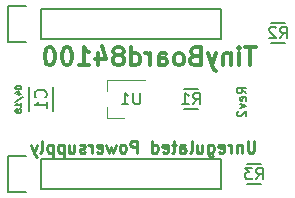
<source format=gbr>
G04 #@! TF.FileFunction,Legend,Bot*
%FSLAX46Y46*%
G04 Gerber Fmt 4.6, Leading zero omitted, Abs format (unit mm)*
G04 Created by KiCad (PCBNEW 4.0.5+dfsg1-4) date Tue Apr 17 10:08:54 2018*
%MOMM*%
%LPD*%
G01*
G04 APERTURE LIST*
%ADD10C,0.100000*%
%ADD11C,0.127000*%
%ADD12C,0.190500*%
%ADD13C,0.254000*%
%ADD14C,0.304800*%
%ADD15C,0.150000*%
%ADD16C,0.120000*%
G04 APERTURE END LIST*
D10*
D11*
X156566810Y-78993999D02*
X156566810Y-79042380D01*
X156591000Y-79090761D01*
X156615190Y-79114952D01*
X156663571Y-79139142D01*
X156760333Y-79163333D01*
X156881286Y-79163333D01*
X156978048Y-79139142D01*
X157026429Y-79114952D01*
X157050619Y-79090761D01*
X157074810Y-79042380D01*
X157074810Y-78993999D01*
X157050619Y-78945618D01*
X157026429Y-78921428D01*
X156978048Y-78897237D01*
X156881286Y-78873047D01*
X156760333Y-78873047D01*
X156663571Y-78897237D01*
X156615190Y-78921428D01*
X156591000Y-78945618D01*
X156566810Y-78993999D01*
X156736143Y-79598762D02*
X157074810Y-79598762D01*
X156542619Y-79477809D02*
X156905476Y-79356857D01*
X156905476Y-79671333D01*
X156542619Y-80227715D02*
X157195762Y-79792286D01*
X157074810Y-80663143D02*
X157074810Y-80372857D01*
X157074810Y-80518000D02*
X156566810Y-80518000D01*
X156639381Y-80469619D01*
X156687762Y-80421238D01*
X156711952Y-80372857D01*
X156784524Y-80953429D02*
X156760333Y-80905048D01*
X156736143Y-80880857D01*
X156687762Y-80856667D01*
X156663571Y-80856667D01*
X156615190Y-80880857D01*
X156591000Y-80905048D01*
X156566810Y-80953429D01*
X156566810Y-81050191D01*
X156591000Y-81098572D01*
X156615190Y-81122762D01*
X156663571Y-81146953D01*
X156687762Y-81146953D01*
X156736143Y-81122762D01*
X156760333Y-81098572D01*
X156784524Y-81050191D01*
X156784524Y-80953429D01*
X156808714Y-80905048D01*
X156832905Y-80880857D01*
X156881286Y-80856667D01*
X156978048Y-80856667D01*
X157026429Y-80880857D01*
X157050619Y-80905048D01*
X157074810Y-80953429D01*
X157074810Y-81050191D01*
X157050619Y-81098572D01*
X157026429Y-81122762D01*
X156978048Y-81146953D01*
X156881286Y-81146953D01*
X156832905Y-81122762D01*
X156808714Y-81098572D01*
X156784524Y-81050191D01*
D12*
X176112714Y-79520143D02*
X175749857Y-79266143D01*
X176112714Y-79084715D02*
X175350714Y-79084715D01*
X175350714Y-79375000D01*
X175387000Y-79447572D01*
X175423286Y-79483857D01*
X175495857Y-79520143D01*
X175604714Y-79520143D01*
X175677286Y-79483857D01*
X175713571Y-79447572D01*
X175749857Y-79375000D01*
X175749857Y-79084715D01*
X176076429Y-80137000D02*
X176112714Y-80064429D01*
X176112714Y-79919286D01*
X176076429Y-79846715D01*
X176003857Y-79810429D01*
X175713571Y-79810429D01*
X175641000Y-79846715D01*
X175604714Y-79919286D01*
X175604714Y-80064429D01*
X175641000Y-80137000D01*
X175713571Y-80173286D01*
X175786143Y-80173286D01*
X175858714Y-79810429D01*
X175604714Y-80427286D02*
X176112714Y-80608715D01*
X175604714Y-80790143D01*
X175423286Y-81044143D02*
X175387000Y-81080429D01*
X175350714Y-81153000D01*
X175350714Y-81334429D01*
X175387000Y-81407000D01*
X175423286Y-81443286D01*
X175495857Y-81479571D01*
X175568429Y-81479571D01*
X175677286Y-81443286D01*
X176112714Y-81007857D01*
X176112714Y-81479571D01*
D13*
X176796093Y-83517619D02*
X176796093Y-84340095D01*
X176747712Y-84436857D01*
X176699331Y-84485238D01*
X176602569Y-84533619D01*
X176409046Y-84533619D01*
X176312284Y-84485238D01*
X176263903Y-84436857D01*
X176215522Y-84340095D01*
X176215522Y-83517619D01*
X175731712Y-83856286D02*
X175731712Y-84533619D01*
X175731712Y-83953048D02*
X175683331Y-83904667D01*
X175586569Y-83856286D01*
X175441427Y-83856286D01*
X175344665Y-83904667D01*
X175296284Y-84001429D01*
X175296284Y-84533619D01*
X174812474Y-84533619D02*
X174812474Y-83856286D01*
X174812474Y-84049810D02*
X174764093Y-83953048D01*
X174715712Y-83904667D01*
X174618950Y-83856286D01*
X174522189Y-83856286D01*
X173796475Y-84485238D02*
X173893237Y-84533619D01*
X174086760Y-84533619D01*
X174183522Y-84485238D01*
X174231903Y-84388476D01*
X174231903Y-84001429D01*
X174183522Y-83904667D01*
X174086760Y-83856286D01*
X173893237Y-83856286D01*
X173796475Y-83904667D01*
X173748094Y-84001429D01*
X173748094Y-84098190D01*
X174231903Y-84194952D01*
X172877237Y-83856286D02*
X172877237Y-84678762D01*
X172925618Y-84775524D01*
X172973999Y-84823905D01*
X173070760Y-84872286D01*
X173215903Y-84872286D01*
X173312665Y-84823905D01*
X172877237Y-84485238D02*
X172973999Y-84533619D01*
X173167522Y-84533619D01*
X173264284Y-84485238D01*
X173312665Y-84436857D01*
X173361046Y-84340095D01*
X173361046Y-84049810D01*
X173312665Y-83953048D01*
X173264284Y-83904667D01*
X173167522Y-83856286D01*
X172973999Y-83856286D01*
X172877237Y-83904667D01*
X171957999Y-83856286D02*
X171957999Y-84533619D01*
X172393427Y-83856286D02*
X172393427Y-84388476D01*
X172345046Y-84485238D01*
X172248284Y-84533619D01*
X172103142Y-84533619D01*
X172006380Y-84485238D01*
X171957999Y-84436857D01*
X171329046Y-84533619D02*
X171425808Y-84485238D01*
X171474189Y-84388476D01*
X171474189Y-83517619D01*
X170506571Y-84533619D02*
X170506571Y-84001429D01*
X170554952Y-83904667D01*
X170651714Y-83856286D01*
X170845237Y-83856286D01*
X170941999Y-83904667D01*
X170506571Y-84485238D02*
X170603333Y-84533619D01*
X170845237Y-84533619D01*
X170941999Y-84485238D01*
X170990380Y-84388476D01*
X170990380Y-84291714D01*
X170941999Y-84194952D01*
X170845237Y-84146571D01*
X170603333Y-84146571D01*
X170506571Y-84098190D01*
X170167904Y-83856286D02*
X169780856Y-83856286D01*
X170022761Y-83517619D02*
X170022761Y-84388476D01*
X169974380Y-84485238D01*
X169877618Y-84533619D01*
X169780856Y-84533619D01*
X169055143Y-84485238D02*
X169151905Y-84533619D01*
X169345428Y-84533619D01*
X169442190Y-84485238D01*
X169490571Y-84388476D01*
X169490571Y-84001429D01*
X169442190Y-83904667D01*
X169345428Y-83856286D01*
X169151905Y-83856286D01*
X169055143Y-83904667D01*
X169006762Y-84001429D01*
X169006762Y-84098190D01*
X169490571Y-84194952D01*
X168135905Y-84533619D02*
X168135905Y-83517619D01*
X168135905Y-84485238D02*
X168232667Y-84533619D01*
X168426190Y-84533619D01*
X168522952Y-84485238D01*
X168571333Y-84436857D01*
X168619714Y-84340095D01*
X168619714Y-84049810D01*
X168571333Y-83953048D01*
X168522952Y-83904667D01*
X168426190Y-83856286D01*
X168232667Y-83856286D01*
X168135905Y-83904667D01*
X166878000Y-84533619D02*
X166878000Y-83517619D01*
X166490953Y-83517619D01*
X166394191Y-83566000D01*
X166345810Y-83614381D01*
X166297429Y-83711143D01*
X166297429Y-83856286D01*
X166345810Y-83953048D01*
X166394191Y-84001429D01*
X166490953Y-84049810D01*
X166878000Y-84049810D01*
X165716857Y-84533619D02*
X165813619Y-84485238D01*
X165862000Y-84436857D01*
X165910381Y-84340095D01*
X165910381Y-84049810D01*
X165862000Y-83953048D01*
X165813619Y-83904667D01*
X165716857Y-83856286D01*
X165571715Y-83856286D01*
X165474953Y-83904667D01*
X165426572Y-83953048D01*
X165378191Y-84049810D01*
X165378191Y-84340095D01*
X165426572Y-84436857D01*
X165474953Y-84485238D01*
X165571715Y-84533619D01*
X165716857Y-84533619D01*
X165039524Y-83856286D02*
X164846000Y-84533619D01*
X164652477Y-84049810D01*
X164458953Y-84533619D01*
X164265429Y-83856286D01*
X163491334Y-84485238D02*
X163588096Y-84533619D01*
X163781619Y-84533619D01*
X163878381Y-84485238D01*
X163926762Y-84388476D01*
X163926762Y-84001429D01*
X163878381Y-83904667D01*
X163781619Y-83856286D01*
X163588096Y-83856286D01*
X163491334Y-83904667D01*
X163442953Y-84001429D01*
X163442953Y-84098190D01*
X163926762Y-84194952D01*
X163007524Y-84533619D02*
X163007524Y-83856286D01*
X163007524Y-84049810D02*
X162959143Y-83953048D01*
X162910762Y-83904667D01*
X162814000Y-83856286D01*
X162717239Y-83856286D01*
X162426953Y-84485238D02*
X162330191Y-84533619D01*
X162136667Y-84533619D01*
X162039906Y-84485238D01*
X161991525Y-84388476D01*
X161991525Y-84340095D01*
X162039906Y-84243333D01*
X162136667Y-84194952D01*
X162281810Y-84194952D01*
X162378572Y-84146571D01*
X162426953Y-84049810D01*
X162426953Y-84001429D01*
X162378572Y-83904667D01*
X162281810Y-83856286D01*
X162136667Y-83856286D01*
X162039906Y-83904667D01*
X161120668Y-83856286D02*
X161120668Y-84533619D01*
X161556096Y-83856286D02*
X161556096Y-84388476D01*
X161507715Y-84485238D01*
X161410953Y-84533619D01*
X161265811Y-84533619D01*
X161169049Y-84485238D01*
X161120668Y-84436857D01*
X160636858Y-83856286D02*
X160636858Y-84872286D01*
X160636858Y-83904667D02*
X160540096Y-83856286D01*
X160346573Y-83856286D01*
X160249811Y-83904667D01*
X160201430Y-83953048D01*
X160153049Y-84049810D01*
X160153049Y-84340095D01*
X160201430Y-84436857D01*
X160249811Y-84485238D01*
X160346573Y-84533619D01*
X160540096Y-84533619D01*
X160636858Y-84485238D01*
X159717620Y-83856286D02*
X159717620Y-84872286D01*
X159717620Y-83904667D02*
X159620858Y-83856286D01*
X159427335Y-83856286D01*
X159330573Y-83904667D01*
X159282192Y-83953048D01*
X159233811Y-84049810D01*
X159233811Y-84340095D01*
X159282192Y-84436857D01*
X159330573Y-84485238D01*
X159427335Y-84533619D01*
X159620858Y-84533619D01*
X159717620Y-84485238D01*
X158653239Y-84533619D02*
X158750001Y-84485238D01*
X158798382Y-84388476D01*
X158798382Y-83517619D01*
X158362954Y-83856286D02*
X158121049Y-84533619D01*
X157879145Y-83856286D02*
X158121049Y-84533619D01*
X158217811Y-84775524D01*
X158266192Y-84823905D01*
X158362954Y-84872286D01*
D14*
X176892858Y-75619429D02*
X176022001Y-75619429D01*
X176457430Y-77143429D02*
X176457430Y-75619429D01*
X175514001Y-77143429D02*
X175514001Y-76127429D01*
X175514001Y-75619429D02*
X175586572Y-75692000D01*
X175514001Y-75764571D01*
X175441429Y-75692000D01*
X175514001Y-75619429D01*
X175514001Y-75764571D01*
X174788287Y-76127429D02*
X174788287Y-77143429D01*
X174788287Y-76272571D02*
X174715715Y-76200000D01*
X174570573Y-76127429D01*
X174352858Y-76127429D01*
X174207715Y-76200000D01*
X174135144Y-76345143D01*
X174135144Y-77143429D01*
X173554573Y-76127429D02*
X173191716Y-77143429D01*
X172828858Y-76127429D02*
X173191716Y-77143429D01*
X173336858Y-77506286D01*
X173409430Y-77578857D01*
X173554573Y-77651429D01*
X171740287Y-76345143D02*
X171522573Y-76417714D01*
X171450001Y-76490286D01*
X171377430Y-76635429D01*
X171377430Y-76853143D01*
X171450001Y-76998286D01*
X171522573Y-77070857D01*
X171667715Y-77143429D01*
X172248287Y-77143429D01*
X172248287Y-75619429D01*
X171740287Y-75619429D01*
X171595144Y-75692000D01*
X171522573Y-75764571D01*
X171450001Y-75909714D01*
X171450001Y-76054857D01*
X171522573Y-76200000D01*
X171595144Y-76272571D01*
X171740287Y-76345143D01*
X172248287Y-76345143D01*
X170506573Y-77143429D02*
X170651715Y-77070857D01*
X170724287Y-76998286D01*
X170796858Y-76853143D01*
X170796858Y-76417714D01*
X170724287Y-76272571D01*
X170651715Y-76200000D01*
X170506573Y-76127429D01*
X170288858Y-76127429D01*
X170143715Y-76200000D01*
X170071144Y-76272571D01*
X169998573Y-76417714D01*
X169998573Y-76853143D01*
X170071144Y-76998286D01*
X170143715Y-77070857D01*
X170288858Y-77143429D01*
X170506573Y-77143429D01*
X168692287Y-77143429D02*
X168692287Y-76345143D01*
X168764858Y-76200000D01*
X168910001Y-76127429D01*
X169200287Y-76127429D01*
X169345430Y-76200000D01*
X168692287Y-77070857D02*
X168837430Y-77143429D01*
X169200287Y-77143429D01*
X169345430Y-77070857D01*
X169418001Y-76925714D01*
X169418001Y-76780571D01*
X169345430Y-76635429D01*
X169200287Y-76562857D01*
X168837430Y-76562857D01*
X168692287Y-76490286D01*
X167966573Y-77143429D02*
X167966573Y-76127429D01*
X167966573Y-76417714D02*
X167894001Y-76272571D01*
X167821430Y-76200000D01*
X167676287Y-76127429D01*
X167531144Y-76127429D01*
X166370001Y-77143429D02*
X166370001Y-75619429D01*
X166370001Y-77070857D02*
X166515144Y-77143429D01*
X166805430Y-77143429D01*
X166950572Y-77070857D01*
X167023144Y-76998286D01*
X167095715Y-76853143D01*
X167095715Y-76417714D01*
X167023144Y-76272571D01*
X166950572Y-76200000D01*
X166805430Y-76127429D01*
X166515144Y-76127429D01*
X166370001Y-76200000D01*
X165426573Y-76272571D02*
X165571715Y-76200000D01*
X165644287Y-76127429D01*
X165716858Y-75982286D01*
X165716858Y-75909714D01*
X165644287Y-75764571D01*
X165571715Y-75692000D01*
X165426573Y-75619429D01*
X165136287Y-75619429D01*
X164991144Y-75692000D01*
X164918573Y-75764571D01*
X164846001Y-75909714D01*
X164846001Y-75982286D01*
X164918573Y-76127429D01*
X164991144Y-76200000D01*
X165136287Y-76272571D01*
X165426573Y-76272571D01*
X165571715Y-76345143D01*
X165644287Y-76417714D01*
X165716858Y-76562857D01*
X165716858Y-76853143D01*
X165644287Y-76998286D01*
X165571715Y-77070857D01*
X165426573Y-77143429D01*
X165136287Y-77143429D01*
X164991144Y-77070857D01*
X164918573Y-76998286D01*
X164846001Y-76853143D01*
X164846001Y-76562857D01*
X164918573Y-76417714D01*
X164991144Y-76345143D01*
X165136287Y-76272571D01*
X163539715Y-76127429D02*
X163539715Y-77143429D01*
X163902572Y-75546857D02*
X164265429Y-76635429D01*
X163322001Y-76635429D01*
X161943143Y-77143429D02*
X162814000Y-77143429D01*
X162378572Y-77143429D02*
X162378572Y-75619429D01*
X162523715Y-75837143D01*
X162668857Y-75982286D01*
X162814000Y-76054857D01*
X160999714Y-75619429D02*
X160854571Y-75619429D01*
X160709428Y-75692000D01*
X160636857Y-75764571D01*
X160564286Y-75909714D01*
X160491714Y-76200000D01*
X160491714Y-76562857D01*
X160564286Y-76853143D01*
X160636857Y-76998286D01*
X160709428Y-77070857D01*
X160854571Y-77143429D01*
X160999714Y-77143429D01*
X161144857Y-77070857D01*
X161217428Y-76998286D01*
X161290000Y-76853143D01*
X161362571Y-76562857D01*
X161362571Y-76200000D01*
X161290000Y-75909714D01*
X161217428Y-75764571D01*
X161144857Y-75692000D01*
X160999714Y-75619429D01*
X159548285Y-75619429D02*
X159403142Y-75619429D01*
X159257999Y-75692000D01*
X159185428Y-75764571D01*
X159112857Y-75909714D01*
X159040285Y-76200000D01*
X159040285Y-76562857D01*
X159112857Y-76853143D01*
X159185428Y-76998286D01*
X159257999Y-77070857D01*
X159403142Y-77143429D01*
X159548285Y-77143429D01*
X159693428Y-77070857D01*
X159765999Y-76998286D01*
X159838571Y-76853143D01*
X159911142Y-76562857D01*
X159911142Y-76200000D01*
X159838571Y-75909714D01*
X159765999Y-75764571D01*
X159693428Y-75692000D01*
X159548285Y-75619429D01*
D15*
X159775000Y-79010000D02*
X159775000Y-81010000D01*
X157725000Y-81010000D02*
X157725000Y-79010000D01*
X158750000Y-87630000D02*
X173990000Y-87630000D01*
X173990000Y-87630000D02*
X173990000Y-85090000D01*
X173990000Y-85090000D02*
X158750000Y-85090000D01*
X155930000Y-87910000D02*
X157480000Y-87910000D01*
X158750000Y-87630000D02*
X158750000Y-85090000D01*
X157480000Y-84810000D02*
X155930000Y-84810000D01*
X155930000Y-84810000D02*
X155930000Y-87910000D01*
X158750000Y-74930000D02*
X173990000Y-74930000D01*
X173990000Y-74930000D02*
X173990000Y-72390000D01*
X173990000Y-72390000D02*
X158750000Y-72390000D01*
X155930000Y-75210000D02*
X157480000Y-75210000D01*
X158750000Y-74930000D02*
X158750000Y-72390000D01*
X157480000Y-72110000D02*
X155930000Y-72110000D01*
X155930000Y-72110000D02*
X155930000Y-75210000D01*
X172050000Y-79135000D02*
X170850000Y-79135000D01*
X170850000Y-80885000D02*
X172050000Y-80885000D01*
X178216000Y-75297000D02*
X179416000Y-75297000D01*
X179416000Y-73547000D02*
X178216000Y-73547000D01*
X177384000Y-85485000D02*
X176184000Y-85485000D01*
X176184000Y-87235000D02*
X177384000Y-87235000D01*
D16*
X164340000Y-81590000D02*
X164340000Y-80660000D01*
X164340000Y-78430000D02*
X164340000Y-79360000D01*
X164340000Y-78430000D02*
X167500000Y-78430000D01*
X164340000Y-81590000D02*
X165800000Y-81590000D01*
D15*
X159107143Y-79843334D02*
X159154762Y-79795715D01*
X159202381Y-79652858D01*
X159202381Y-79557620D01*
X159154762Y-79414762D01*
X159059524Y-79319524D01*
X158964286Y-79271905D01*
X158773810Y-79224286D01*
X158630952Y-79224286D01*
X158440476Y-79271905D01*
X158345238Y-79319524D01*
X158250000Y-79414762D01*
X158202381Y-79557620D01*
X158202381Y-79652858D01*
X158250000Y-79795715D01*
X158297619Y-79843334D01*
X159202381Y-80795715D02*
X159202381Y-80224286D01*
X159202381Y-80510000D02*
X158202381Y-80510000D01*
X158345238Y-80414762D01*
X158440476Y-80319524D01*
X158488095Y-80224286D01*
X171616666Y-80462381D02*
X171950000Y-79986190D01*
X172188095Y-80462381D02*
X172188095Y-79462381D01*
X171807142Y-79462381D01*
X171711904Y-79510000D01*
X171664285Y-79557619D01*
X171616666Y-79652857D01*
X171616666Y-79795714D01*
X171664285Y-79890952D01*
X171711904Y-79938571D01*
X171807142Y-79986190D01*
X172188095Y-79986190D01*
X170664285Y-80462381D02*
X171235714Y-80462381D01*
X170950000Y-80462381D02*
X170950000Y-79462381D01*
X171045238Y-79605238D01*
X171140476Y-79700476D01*
X171235714Y-79748095D01*
X178982666Y-74874381D02*
X179316000Y-74398190D01*
X179554095Y-74874381D02*
X179554095Y-73874381D01*
X179173142Y-73874381D01*
X179077904Y-73922000D01*
X179030285Y-73969619D01*
X178982666Y-74064857D01*
X178982666Y-74207714D01*
X179030285Y-74302952D01*
X179077904Y-74350571D01*
X179173142Y-74398190D01*
X179554095Y-74398190D01*
X178601714Y-73969619D02*
X178554095Y-73922000D01*
X178458857Y-73874381D01*
X178220761Y-73874381D01*
X178125523Y-73922000D01*
X178077904Y-73969619D01*
X178030285Y-74064857D01*
X178030285Y-74160095D01*
X178077904Y-74302952D01*
X178649333Y-74874381D01*
X178030285Y-74874381D01*
X176950666Y-86812381D02*
X177284000Y-86336190D01*
X177522095Y-86812381D02*
X177522095Y-85812381D01*
X177141142Y-85812381D01*
X177045904Y-85860000D01*
X176998285Y-85907619D01*
X176950666Y-86002857D01*
X176950666Y-86145714D01*
X176998285Y-86240952D01*
X177045904Y-86288571D01*
X177141142Y-86336190D01*
X177522095Y-86336190D01*
X176617333Y-85812381D02*
X175998285Y-85812381D01*
X176331619Y-86193333D01*
X176188761Y-86193333D01*
X176093523Y-86240952D01*
X176045904Y-86288571D01*
X175998285Y-86383810D01*
X175998285Y-86621905D01*
X176045904Y-86717143D01*
X176093523Y-86764762D01*
X176188761Y-86812381D01*
X176474476Y-86812381D01*
X176569714Y-86764762D01*
X176617333Y-86717143D01*
X167131905Y-79462381D02*
X167131905Y-80271905D01*
X167084286Y-80367143D01*
X167036667Y-80414762D01*
X166941429Y-80462381D01*
X166750952Y-80462381D01*
X166655714Y-80414762D01*
X166608095Y-80367143D01*
X166560476Y-80271905D01*
X166560476Y-79462381D01*
X165560476Y-80462381D02*
X166131905Y-80462381D01*
X165846191Y-80462381D02*
X165846191Y-79462381D01*
X165941429Y-79605238D01*
X166036667Y-79700476D01*
X166131905Y-79748095D01*
M02*

</source>
